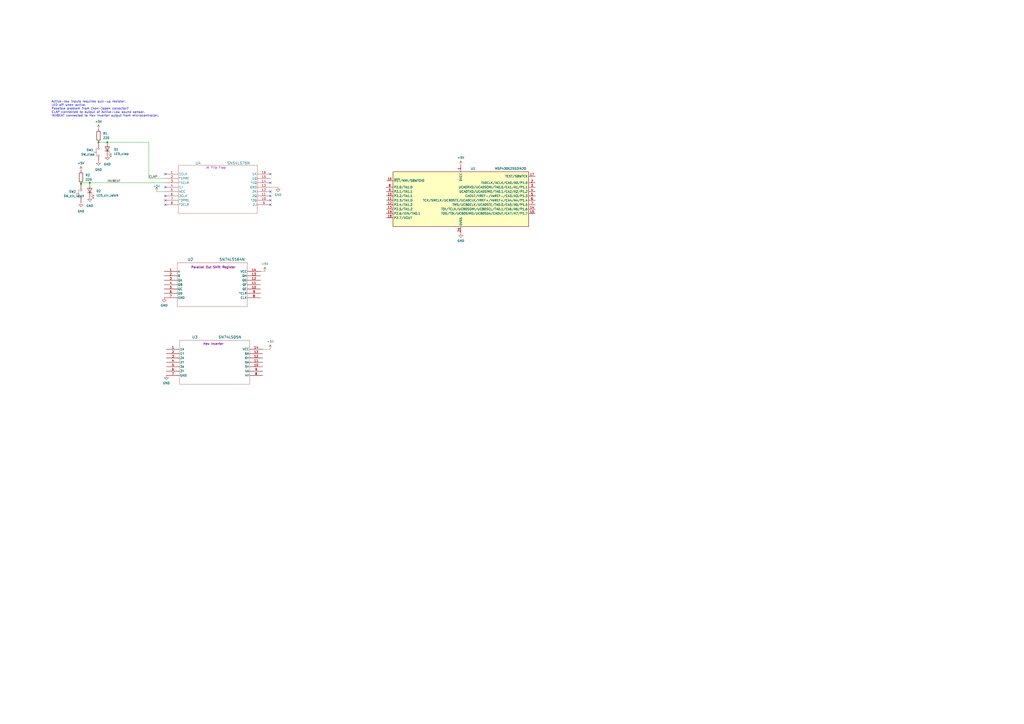
<source format=kicad_sch>
(kicad_sch (version 20230121) (generator eeschema)
  (paper "A2")
  (lib_symbols
    (symbol "Device:LED" (pin_numbers hide) (pin_names (offset 1.016) hide)
      (property "Reference" "D" (at 0 2.54 0))
      (property "Value" "LED" (at 0 -2.54 0))
      (symbol "LED_0_1"
        (polyline (pts (xy -1.27 -1.27) (xy -1.27 1.27)) (stroke (width 0.254)))
        (polyline (pts (xy -1.27 0) (xy 1.27 0)))
        (polyline (pts (xy 1.27 -1.27) (xy 1.27 1.27) (xy -1.27 0) (xy 1.27 -1.27)) (stroke (width 0.254)))
        (polyline (pts (xy -3.048 -0.762) (xy -4.572 -2.286) (xy -3.81 -2.286) (xy -4.572 -2.286) (xy -4.572 -1.524)))
        (polyline (pts (xy -1.778 -0.762) (xy -3.302 -2.286) (xy -2.54 -2.286) (xy -3.302 -2.286) (xy -3.302 -1.524)))
      )
      (symbol "LED_1_1"
        (pin passive line (at -3.81 0 0) (length 2.54) (name "K") (number "1"))
        (pin passive line (at 3.81 0 180) (length 2.54) (name "A") (number "2"))
      )
    )
    (symbol "Device:R" (pin_numbers hide) (pin_names (offset 0))
      (property "Reference" "R" (at 2.032 0 90))
      (property "Value" "R" (at 0 0 90))
      (symbol "R_0_1"
        (rectangle (start -1.016 -2.54) (end 1.016 2.54) (stroke (width 0.254)))
      )
      (symbol "R_1_1"
        (pin passive line (at 0 3.81 270) (length 1.27) (name "~") (number "1"))
        (pin passive line (at 0 -3.81 90) (length 1.27) (name "~") (number "2"))
      )
    )
    (symbol "MCU_Texas_MSP430:MSP430G2553IN20"
      (property "Reference" "U" (at -38.1 17.78 0))
      (property "Value" "MSP430G2553IN20" (at 31.75 -16.51 0))
      (symbol "MSP430G2553IN20_0_1"
        (rectangle (start -39.37 16.51) (end 39.37 -15.24) (stroke (width 0.254)) (fill (type background)))
      )
      (symbol "MSP430G2553IN20_1_1"
        (pin power_in line (at 0 20.32 270) (length 3.81) (name "DVCC") (number "1"))
        (pin bidirectional line (at -43.18 2.54 0) (length 3.81) (name "P2.2/TA1.1") (number "10"))
        (pin bidirectional line (at -43.18 0 0) (length 3.81) (name "P2.3/TA1.0") (number "11"))
        (pin bidirectional line (at -43.18 -2.54 0) (length 3.81) (name "P2.4/TA1.2") (number "12"))
        (pin bidirectional line (at -43.18 -5.08 0) (length 3.81) (name "P2.5/TA1.2") (number "13"))
        (pin bidirectional line (at 43.18 -5.08 180) (length 3.81) (name "TDI/TCLK/UCB0SOMI/UCB0SCL/TA0.1/CA6/A6/P1.6") (number "14"))
        (pin bidirectional line (at 43.18 -7.62 180) (length 3.81) (name "TDO/TDI/UCB0SIMO/UCB0SDA/CAOUT/CA7/A7/P1.7") (number "15"))
        (pin input line (at -43.18 11.43 0) (length 3.81) (name "~{RST}/NMI/SBWTDIO") (number "16"))
        (pin input line (at 43.18 13.97 180) (length 3.81) (name "TEST/SBWTCK") (number "17"))
        (pin bidirectional line (at -43.18 -10.16 0) (length 3.81) (name "P2.7/XOUT") (number "18"))
        (pin bidirectional line (at -43.18 -7.62 0) (length 3.81) (name "P2.6/XIN/TA0.1") (number "19"))
        (pin bidirectional line (at 43.18 10.16 180) (length 3.81) (name "TA0CLK/ACLK/CA0/A0/P1.0") (number "2"))
        (pin power_in line (at 0 -19.05 90) (length 3.81) (name "DVSS") (number "20"))
        (pin bidirectional line (at 43.18 7.62 180) (length 3.81) (name "UCA0RXD/UCA0SOMI/TA0.0/CA1/A1/P1.1") (number "3"))
        (pin bidirectional line (at 43.18 5.08 180) (length 3.81) (name "UCA0TXD/UCA0SIMO/TA0.1/CA2/A2/P1.2") (number "4"))
        (pin bidirectional line (at 43.18 2.54 180) (length 3.81) (name "CAOUT/VREF-/VeREF-/CA3/A3/P1.3") (number "5"))
        (pin bidirectional line (at 43.18 0 180) (length 3.81) (name "TCK/SMCLK/UCB0STE/UCA0CLK/VREF+/VeREF+/CA4/A4/P1.4") (number "6"))
        (pin bidirectional line (at 43.18 -2.54 180) (length 3.81) (name "TMS/UCB0CLK/UCA0STE/TA0.0/CA5/A5/P1.5") (number "7"))
        (pin bidirectional line (at -43.18 7.62 0) (length 3.81) (name "P2.0/TA1.0") (number "8"))
        (pin bidirectional line (at -43.18 5.08 0) (length 3.81) (name "P2.1/TA1.1") (number "9"))
      )
    )
    (symbol "SN54LS76N JK Flip Flop/Latch:5962-9557501QEA" (pin_names (offset 0.254))
      (property "Reference" "U" (at 30.48 10.16 0))
      (property "Value" "5962-9557501QEA" (at 30.48 7.62 0))
      (symbol "5962-9557501QEA_0_1"
        (polyline (pts (xy 7.62 -22.86) (xy 53.34 -22.86)) (stroke (width 0.127)))
        (polyline (pts (xy 7.62 5.08) (xy 7.62 -22.86)) (stroke (width 0.127)))
        (polyline (pts (xy 53.34 -22.86) (xy 53.34 5.08)) (stroke (width 0.127)))
        (polyline (pts (xy 53.34 5.08) (xy 7.62 5.08)) (stroke (width 0.127)))
        (pin input line (at 0 0 0) (length 7.62) (name "1CLK") (number "1"))
        (pin output line (at 60.96 -15.24 180) (length 7.62) (name "*2Q") (number "10"))
        (pin output line (at 60.96 -12.7 180) (length 7.62) (name "2Q") (number "11"))
        (pin input line (at 60.96 -10.16 180) (length 7.62) (name "2K") (number "12"))
        (pin power_in line (at 60.96 -7.62 180) (length 7.62) (name "GND") (number "13"))
        (pin output line (at 60.96 -5.08 180) (length 7.62) (name "*1Q") (number "14"))
        (pin output line (at 60.96 -2.54 180) (length 7.62) (name "1Q") (number "15"))
        (pin input line (at 60.96 0 180) (length 7.62) (name "1K") (number "16"))
        (pin input line (at 0 -2.54 0) (length 7.62) (name "*1PRE") (number "2"))
        (pin input line (at 0 -5.08 0) (length 7.62) (name "*1CLR") (number "3"))
        (pin input line (at 0 -7.62 0) (length 7.62) (name "1J") (number "4"))
        (pin power_in line (at 0 -10.16 0) (length 7.62) (name "VCC") (number "5"))
        (pin input line (at 0 -12.7 0) (length 7.62) (name "2CLK") (number "6"))
        (pin input line (at 0 -15.24 0) (length 7.62) (name "*2PRE") (number "7"))
        (pin input line (at 0 -17.78 0) (length 7.62) (name "*2CLR") (number "8"))
        (pin input line (at 60.96 -17.78 180) (length 7.62) (name "2J") (number "9"))
      )
    )
    (symbol "SN74LS05N Hex Inverter:SN74LS05N" (pin_names (offset 0.254))
      (property "Reference" "U" (at 27.94 10.16 0))
      (property "Value" "SN74LS05N" (at 27.94 7.62 0))
      (symbol "SN74LS05N_0_1"
        (polyline (pts (xy 7.62 -20.32) (xy 48.26 -20.32)) (stroke (width 0.127)))
        (polyline (pts (xy 7.62 5.08) (xy 7.62 -20.32)) (stroke (width 0.127)))
        (polyline (pts (xy 48.26 -20.32) (xy 48.26 5.08)) (stroke (width 0.127)))
        (polyline (pts (xy 48.26 5.08) (xy 7.62 5.08)) (stroke (width 0.127)))
        (pin input line (at 0 0 0) (length 7.62) (name "1A") (number "1"))
        (pin output line (at 55.88 -10.16 180) (length 7.62) (name "5Y") (number "10"))
        (pin input line (at 55.88 -7.62 180) (length 7.62) (name "5A") (number "11"))
        (pin output line (at 55.88 -5.08 180) (length 7.62) (name "6Y") (number "12"))
        (pin input line (at 55.88 -2.54 180) (length 7.62) (name "6A") (number "13"))
        (pin power_in line (at 55.88 0 180) (length 7.62) (name "VCC") (number "14"))
        (pin output line (at 0 -2.54 0) (length 7.62) (name "1Y") (number "2"))
        (pin input line (at 0 -5.08 0) (length 7.62) (name "2A") (number "3"))
        (pin output line (at 0 -7.62 0) (length 7.62) (name "2Y") (number "4"))
        (pin input line (at 0 -10.16 0) (length 7.62) (name "3A") (number "5"))
        (pin output line (at 0 -12.7 0) (length 7.62) (name "3Y") (number "6"))
        (pin power_in line (at 0 -15.24 0) (length 7.62) (name "GND") (number "7"))
        (pin output line (at 55.88 -15.24 180) (length 7.62) (name "4Y") (number "8"))
        (pin input line (at 55.88 -12.7 180) (length 7.62) (name "4A") (number "9"))
      )
    )
    (symbol "SN74LS164N SIPO Shift Register:SN74LS164N" (pin_names (offset 0.254))
      (property "Reference" "U" (at 27.94 10.16 0))
      (property "Value" "SN74LS164N" (at 27.94 7.62 0))
      (symbol "SN74LS164N_0_1"
        (polyline (pts (xy 7.62 -20.32) (xy 48.26 -20.32)) (stroke (width 0.127)))
        (polyline (pts (xy 7.62 5.08) (xy 7.62 -20.32)) (stroke (width 0.127)))
        (polyline (pts (xy 48.26 -20.32) (xy 48.26 5.08)) (stroke (width 0.127)))
        (polyline (pts (xy 48.26 5.08) (xy 7.62 5.08)) (stroke (width 0.127)))
        (pin input line (at 0 0 0) (length 7.62) (name "A") (number "1"))
        (pin output line (at 55.88 -10.16 180) (length 7.62) (name "QE") (number "10"))
        (pin output line (at 55.88 -7.62 180) (length 7.62) (name "QF") (number "11"))
        (pin output line (at 55.88 -5.08 180) (length 7.62) (name "QG") (number "12"))
        (pin output line (at 55.88 -2.54 180) (length 7.62) (name "QH") (number "13"))
        (pin power_in line (at 55.88 0 180) (length 7.62) (name "VCC") (number "14"))
        (pin input line (at 0 -2.54 0) (length 7.62) (name "B") (number "2"))
        (pin output line (at 0 -5.08 0) (length 7.62) (name "QA") (number "3"))
        (pin output line (at 0 -7.62 0) (length 7.62) (name "QB") (number "4"))
        (pin output line (at 0 -10.16 0) (length 7.62) (name "QC") (number "5"))
        (pin output line (at 0 -12.7 0) (length 7.62) (name "QD") (number "6"))
        (pin power_in line (at 0 -15.24 0) (length 7.62) (name "GND") (number "7"))
        (pin input line (at 55.88 -15.24 180) (length 7.62) (name "CLK") (number "8"))
        (pin input line (at 55.88 -12.7 180) (length 7.62) (name "*CLR") (number "9"))
      )
    )
    (symbol "Switch:SW_Push" (pin_numbers hide) (pin_names (offset 1.016) hide)
      (property "Reference" "SW" (at 1.27 2.54 0))
      (property "Value" "SW_Push" (at 0 -1.524 0))
      (symbol "SW_Push_0_1"
        (circle (center -2.032 0) (radius 0.508))
        (polyline (pts (xy 0 1.27) (xy 0 3.048)))
        (polyline (pts (xy 2.54 1.27) (xy -2.54 1.27)))
        (circle (center 2.032 0) (radius 0.508))
        (pin passive line (at -5.08 0 0) (length 2.54) (name "1") (number "1"))
        (pin passive line (at 5.08 0 180) (length 2.54) (name "2") (number "2"))
      )
    )
    (symbol "power:+5V" (power) (pin_names (offset 0))
      (property "Value" "+5V" (at 0 3.556 0))
      (symbol "+5V_0_1"
        (polyline (pts (xy -0.762 1.27) (xy 0 2.54)))
        (polyline (pts (xy 0 0) (xy 0 2.54)))
        (polyline (pts (xy 0 2.54) (xy 0.762 1.27)))
      )
      (symbol "+5V_1_1"
        (pin power_in line (at 0 0 90) (length 0) hide (name "+5V") (number "1"))
      )
    )
    (symbol "power:GND" (power) (pin_names (offset 0))
      (property "Value" "GND" (at 0 -3.81 0))
      (symbol "GND_0_1"
        (polyline (pts (xy 0 0) (xy 0 -1.27) (xy 1.27 -1.27) (xy 0 -2.54) (xy -1.27 -1.27) (xy 0 -1.27)))
      )
      (symbol "GND_1_1"
        (pin power_in line (at 0 0 270) (length 0) hide (name "GND") (number "1"))
      )
    )
  )
  (junction (at 52.07 106.045))
  (junction (at 46.99 106.68))
  (junction (at 57.15 82.55))
  (junction (at 62.23 82.55))
  (no_connect (at 156.845 111.125))
  (no_connect (at 95.885 113.665))
  (no_connect (at 156.845 106.045))
  (no_connect (at 156.845 100.965))
  (no_connect (at 95.885 118.745))
  (no_connect (at 156.845 113.665))
  (no_connect (at 95.885 108.585))
  (no_connect (at 95.885 116.205))
  (no_connect (at 156.845 116.205))
  (no_connect (at 156.845 118.745))
  (no_connect (at 95.885 100.965))
  (wire (pts (xy 86.36 103.505) (xy 95.885 103.505)))
  (wire (pts (xy 46.99 106.045) (xy 46.99 106.68)))
  (wire (pts (xy 153.67 157.48) (xy 151.13 157.48)))
  (wire (pts (xy 52.07 106.045) (xy 95.885 106.045)))
  (wire (pts (xy 86.36 103.505) (xy 86.36 82.55)))
  (wire (pts (xy 52.07 106.045) (xy 52.07 106.68)))
  (wire (pts (xy 161.29 108.585) (xy 156.845 108.585)))
  (wire (pts (xy 90.805 111.125) (xy 95.885 111.125)))
  (wire (pts (xy 57.15 82.55) (xy 57.15 83.185)))
  (wire (pts (xy 46.99 106.045) (xy 52.07 106.045)))
  (wire (pts (xy 86.36 82.55) (xy 62.23 82.55)))
  (wire (pts (xy 156.845 202.565) (xy 152.4 202.565)))
  (wire (pts (xy 46.99 106.68) (xy 46.99 107.315)))
  (wire (pts (xy 57.15 82.55) (xy 62.23 82.55)))
  (text "Active-low inputs requires pull-up resistor.  \nLED off when active.  \nPossible problem from (non-)open collector?\nCLAP connected to output of Active-Low sound sensor.\nINVBEAT connected to Hex Inverter output from microcontroller." (at 29.845 67.945 0) (effects (font (size 1.27 1.27)) (justify left bottom)))
  (label "INVBEAT" (at 62.23 106.045 0))
  (label "CLAP" (at 86.36 103.505 0))
  (symbol (lib_id "power:+5V") (at 153.67 157.48 0) (unit 1)
    (property "Reference" "#PWR03" (effects hide))
    (property "Value" "+5V" (at 153.67 153.035 0))
  )
  (symbol (lib_id "power:+5V") (at 46.99 99.06 0) (unit 1)
    (property "Reference" "#PWR012" (effects hide))
    (property "Value" "+5V" (at 46.99 94.615 0))
  )
  (symbol (lib_id "Switch:SW_Push") (at 57.15 88.265 90) (unit 1)
    (property "Reference" "SW1" (at 50.165 86.995 90) (effects (justify right)))
    (property "Value" "SW_clap" (at 46.99 89.535 90) (effects (justify right)))
  )
  (symbol (lib_id "power:GND") (at 96.52 217.805 0) (unit 1)
    (property "Reference" "#PWR08" (effects hide))
    (property "Value" "GND" (at 96.52 222.25 0))
  )
  (symbol (lib_id "Device:LED") (at 62.23 86.36 90) (unit 1)
    (property "Reference" "D1" (at 66.04 86.6775 90) (effects (justify right)))
    (property "Value" "LED_clap" (at 66.04 89.2175 90) (effects (justify right)))
  )
  (symbol (lib_id "power:GND") (at 52.07 114.3 0) (unit 1)
    (property "Reference" "#PWR014" (effects hide))
    (property "Value" "GND" (at 52.07 119.38 0))
  )
  (symbol (lib_id "Switch:SW_Push") (at 46.99 112.395 90) (unit 1)
    (property "Reference" "SW2" (at 40.005 111.125 90) (effects (justify right)))
    (property "Value" "SW_clr_latch" (at 36.83 113.665 90) (effects (justify right)))
  )
  (symbol (lib_id "power:+5V") (at 156.845 202.565 0) (unit 1)
    (property "Reference" "#PWR02" (effects hide))
    (property "Value" "+5V" (at 156.845 198.12 0))
  )
  (symbol (lib_id "power:+5V") (at 90.805 111.125 0) (unit 1)
    (property "Reference" "#PWR01" (effects hide))
    (property "Value" "+5V" (at 90.805 107.95 0))
  )
  (symbol (lib_id "SN74LS05N Hex Inverter:SN74LS05N") (at 96.52 202.565 0) (unit 1)
    (property "Reference" "U3" (at 113.03 195.58 0) (effects (font (size 1.524 1.524))))
    (property "Value" "SN74LS05N" (at 133.35 195.58 0) (effects (font (size 1.524 1.524))))
    (property "Footprint" "N14" (effects hide))
    (property "Datasheet" "SN74LS05N" (effects hide))
    (property "Functional Block" "Hex Inverter" (at 123.825 199.39 0))
  )
  (symbol (lib_id "power:GND") (at 267.335 135.255 0) (unit 1)
    (property "Reference" "#PWR05" (effects hide))
    (property "Value" "GND" (at 267.335 139.7 0))
  )
  (symbol (lib_id "MCU_Texas_MSP430:MSP430G2553IN20") (at 267.335 116.205 0) (unit 1)
    (property "Reference" "U1" (at 273.05 97.79 0) (effects (justify left)))
    (property "Value" "MSP430G2553IN20" (at 287.02 97.79 0) (effects (justify left)))
    (property "Footprint" "Package_DIP:DIP-20_W7.62mm" (effects hide))
    (property "Datasheet" "http://www.ti.com/lit/ds/symlink/msp430g2553.pdf" (effects hide))
  )
  (symbol (lib_id "Device:LED") (at 52.07 110.49 90) (unit 1)
    (property "Reference" "D2" (at 55.88 110.8075 90) (effects (justify right)))
    (property "Value" "LED_clr_latch" (at 55.88 113.3475 90) (effects (justify right)))
  )
  (symbol (lib_id "power:GND") (at 95.25 172.72 0) (unit 1)
    (property "Reference" "#PWR07" (effects hide))
    (property "Value" "GND" (at 95.25 177.165 0))
  )
  (symbol (lib_id "Device:R") (at 57.15 78.74 0) (unit 1)
    (property "Reference" "R1" (at 59.69 77.47 0) (effects (justify left)))
    (property "Value" "220" (at 59.69 80.01 0) (effects (justify left)))
  )
  (symbol (lib_id "power:GND") (at 46.99 117.475 0) (unit 1)
    (property "Reference" "#PWR013" (effects hide))
    (property "Value" "GND" (at 46.99 122.555 0))
  )
  (symbol (lib_id "power:+5V") (at 267.335 95.885 0) (unit 1)
    (property "Reference" "#PWR04" (effects hide))
    (property "Value" "+5V" (at 267.335 91.44 0))
  )
  (symbol (lib_id "SN74LS164N SIPO Shift Register:SN74LS164N") (at 95.25 157.48 0) (unit 1)
    (property "Reference" "U2" (at 110.49 150.495 0) (effects (font (size 1.524 1.524))))
    (property "Value" "SN74LS164N" (at 134.62 150.495 0) (effects (font (size 1.524 1.524))))
    (property "Footprint" "N14" (effects hide))
    (property "Datasheet" "SN74LS164N" (effects hide))
    (property "Functional Block'" "Parallel Out Shift Register" (at 123.825 154.94 0))
  )
  (symbol (lib_id "SN54LS76N JK Flip Flop/Latch:5962-9557501QEA") (at 95.885 100.965 0) (unit 1)
    (property "Reference" "U4" (at 114.935 94.615 0) (effects (font (size 1.524 1.524))))
    (property "Value" "SN54LS76N" (at 138.43 94.615 0) (effects (font (size 1.524 1.524))))
    (property "Footprint" "J16" (effects hide))
    (property "Datasheet" "5962-9557501QEA" (effects hide))
    (property "Functional Block" "JK Flip Flop" (at 125.095 97.155 0))
  )
  (symbol (lib_id "power:GND") (at 161.29 108.585 0) (unit 1)
    (property "Reference" "#PWR06" (effects hide))
    (property "Value" "GND" (at 161.29 113.03 0))
  )
  (symbol (lib_id "Device:R") (at 46.99 102.87 0) (unit 1)
    (property "Reference" "R2" (at 49.53 101.6 0) (effects (justify left)))
    (property "Value" "220" (at 49.53 104.14 0) (effects (justify left)))
  )
  (symbol (lib_id "power:GND") (at 62.23 90.17 0) (unit 1)
    (property "Reference" "#PWR011" (effects hide))
    (property "Value" "GND" (at 62.23 95.25 0))
  )
  (symbol (lib_id "power:GND") (at 57.15 93.345 0) (unit 1)
    (property "Reference" "#PWR09" (effects hide))
    (property "Value" "GND" (at 57.15 98.425 0))
  )
  (symbol (lib_id "power:+5V") (at 57.15 74.93 0) (unit 1)
    (property "Reference" "#PWR010" (effects hide))
    (property "Value" "+5V" (at 57.15 70.485 0))
  )
)
</source>
